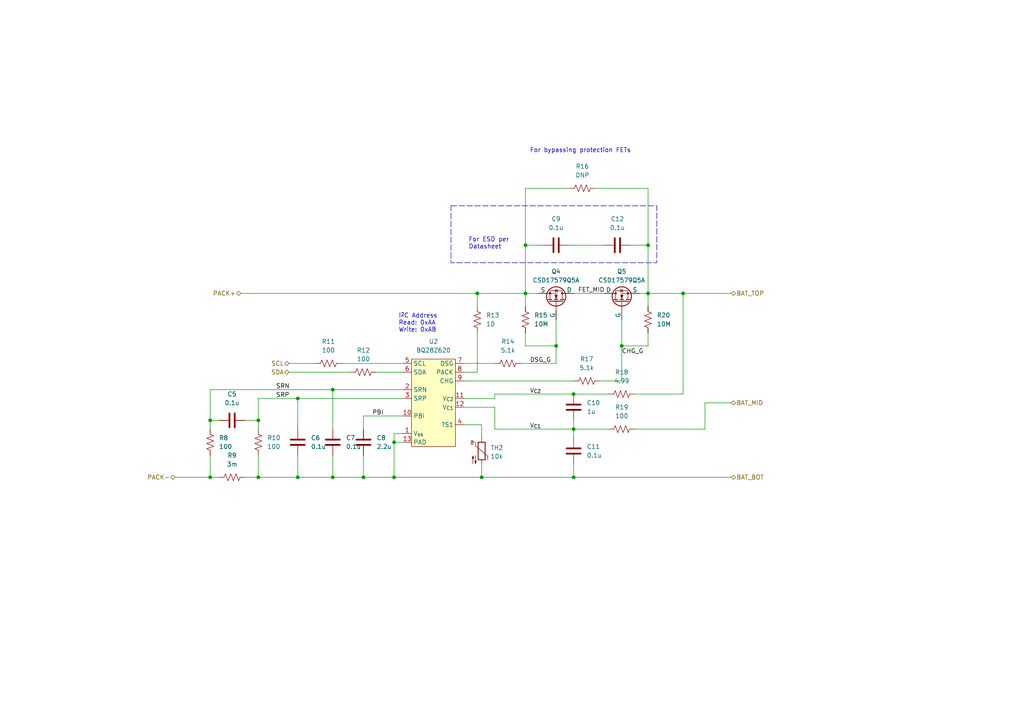
<source format=kicad_sch>
(kicad_sch (version 20230121) (generator eeschema)
  (paper "A4")
  (lib_symbols
    (symbol "Device:C" (pin_numbers hide) (pin_names (offset 0.254))
      (property "Reference" "C" (at 0.635 2.54 0))
      (property "Value" "C" (at 0.635 -2.54 0))
      (symbol "C_0_1"
        (polyline (pts (xy -2.032 -0.762) (xy 2.032 -0.762)) (stroke (width 0.508)))
        (polyline (pts (xy -2.032 0.762) (xy 2.032 0.762)) (stroke (width 0.508)))
      )
      (symbol "C_1_1"
        (pin passive line (at 0 3.81 270) (length 2.794) (name "~") (number "1"))
        (pin passive line (at 0 -3.81 90) (length 2.794) (name "~") (number "2"))
      )
    )
    (symbol "Device:R_US" (pin_numbers hide) (pin_names (offset 0))
      (property "Reference" "R" (at 2.54 0 90))
      (property "Value" "R_US" (at -2.54 0 90))
      (symbol "R_US_0_1"
        (polyline (pts (xy 0 -2.286) (xy 0 -2.54)))
        (polyline (pts (xy 0 2.286) (xy 0 2.54)))
        (polyline (pts (xy 0 -0.762) (xy 1.016 -1.143) (xy 0 -1.524) (xy -1.016 -1.905) (xy 0 -2.286)))
        (polyline (pts (xy 0 0.762) (xy 1.016 0.381) (xy 0 0) (xy -1.016 -0.381) (xy 0 -0.762)))
        (polyline (pts (xy 0 2.286) (xy 1.016 1.905) (xy 0 1.524) (xy -1.016 1.143) (xy 0 0.762)))
      )
      (symbol "R_US_1_1"
        (pin passive line (at 0 3.81 270) (length 1.27) (name "~") (number "1"))
        (pin passive line (at 0 -3.81 90) (length 1.27) (name "~") (number "2"))
      )
    )
    (symbol "Device:Thermistor_NTC" (pin_numbers hide) (pin_names (offset 0))
      (property "Reference" "TH" (at -4.445 0 90))
      (property "Value" "Thermistor_NTC" (at 3.175 0 90))
      (symbol "Thermistor_NTC_0_1"
        (arc (start -3.048 2.159) (mid -3.0495 2.3143) (end -3.175 2.413))
        (arc (start -3.048 2.159) (mid -2.9736 1.9794) (end -2.794 1.905))
        (arc (start -3.048 2.794) (mid -2.9736 2.6144) (end -2.794 2.54))
        (arc (start -2.794 1.905) (mid -2.6144 1.9794) (end -2.54 2.159))
        (arc (start -2.794 2.54) (mid -2.4393 2.5587) (end -2.159 2.794))
        (arc (start -2.794 3.048) (mid -2.9736 2.9736) (end -3.048 2.794))
        (arc (start -2.54 2.794) (mid -2.6144 2.9736) (end -2.794 3.048))
        (rectangle (start -1.016 2.54) (end 1.016 -2.54) (stroke (width 0.254)))
        (polyline (pts (xy -2.54 2.159) (xy -2.54 2.794)))
        (polyline (pts (xy -1.778 2.54) (xy -1.778 1.524) (xy 1.778 -1.524) (xy 1.778 -2.54)))
        (polyline (pts (xy -2.54 -3.683) (xy -2.54 -1.397) (xy -2.794 -2.159) (xy -2.286 -2.159) (xy -2.54 -1.397) (xy -2.54 -1.651)) (fill (type outline)))
        (polyline (pts (xy -1.778 -1.397) (xy -1.778 -3.683) (xy -2.032 -2.921) (xy -1.524 -2.921) (xy -1.778 -3.683) (xy -1.778 -3.429)) (fill (type outline)))
      )
      (symbol "Thermistor_NTC_1_1"
        (pin passive line (at 0 3.81 270) (length 1.27) (name "~") (number "1"))
        (pin passive line (at 0 -3.81 90) (length 1.27) (name "~") (number "2"))
      )
    )
    (symbol "New_Library:BQ28Z620"
      (property "Reference" "U" (at 0 12.7 0))
      (property "Value" "BQ28Z620" (at 0 12.7 0))
      (symbol "BQ28Z620_1_0"
        (pin power_in line (at -8.89 -5.08 0) (length 2.54) (name "PBI") (number "10"))
        (pin input line (at 8.89 0 180) (length 2.54) (name "V_{C2}") (number "11"))
        (pin input line (at 8.89 -2.54 180) (length 2.54) (name "V_{C1}") (number "12"))
        (pin input line (at -8.89 -12.7 0) (length 2.54) (name "PAD") (number "13"))
        (pin input line (at -8.89 2.54 0) (length 2.54) (name "SRN") (number "2"))
        (pin input line (at -8.89 0 0) (length 2.54) (name "SRP") (number "3"))
        (pin input line (at 8.89 -7.62 180) (length 2.54) (name "TS1") (number "4"))
        (pin open_collector line (at -8.89 10.16 0) (length 2.54) (name "SCL") (number "5"))
        (pin open_collector line (at -8.89 7.62 0) (length 2.54) (name "SDA") (number "6"))
        (pin output line (at 8.89 10.16 180) (length 2.54) (name "DSG") (number "7"))
        (pin input line (at 8.89 7.62 180) (length 2.54) (name "PACK") (number "8"))
        (pin output line (at 8.89 5.08 180) (length 2.54) (name "CHG") (number "9"))
      )
      (symbol "BQ28Z620_1_1"
        (rectangle (start -6.35 11.43) (end 6.35 -13.97) (fill (type background)))
        (pin power_in line (at -8.89 -10.16 0) (length 2.54) (name "V_{ss}") (number "1"))
      )
    )
    (symbol "Simulation_SPICE:NMOS" (pin_numbers hide) (pin_names (offset 0))
      (property "Reference" "Q" (at 5.08 1.27 0))
      (property "Value" "NMOS" (at 5.08 -1.27 0))
      (symbol "NMOS_0_1"
        (polyline (pts (xy 0.254 0) (xy -2.54 0)))
        (polyline (pts (xy 0.254 1.905) (xy 0.254 -1.905)) (stroke (width 0.254)))
        (polyline (pts (xy 0.762 -1.27) (xy 0.762 -2.286)) (stroke (width 0.254)))
        (polyline (pts (xy 0.762 0.508) (xy 0.762 -0.508)) (stroke (width 0.254)))
        (polyline (pts (xy 0.762 2.286) (xy 0.762 1.27)) (stroke (width 0.254)))
        (polyline (pts (xy 2.54 2.54) (xy 2.54 1.778)))
        (polyline (pts (xy 2.54 -2.54) (xy 2.54 0) (xy 0.762 0)))
        (polyline (pts (xy 0.762 -1.778) (xy 3.302 -1.778) (xy 3.302 1.778) (xy 0.762 1.778)))
        (polyline (pts (xy 1.016 0) (xy 2.032 0.381) (xy 2.032 -0.381) (xy 1.016 0)) (fill (type outline)))
        (polyline (pts (xy 2.794 0.508) (xy 2.921 0.381) (xy 3.683 0.381) (xy 3.81 0.254)))
        (polyline (pts (xy 3.302 0.381) (xy 2.921 -0.254) (xy 3.683 -0.254) (xy 3.302 0.381)))
        (circle (center 1.651 0) (radius 2.794) (stroke (width 0.254)))
        (circle (center 2.54 -1.778) (radius 0.254) (fill (type outline)))
        (circle (center 2.54 1.778) (radius 0.254) (fill (type outline)))
      )
      (symbol "NMOS_1_1"
        (pin passive line (at 2.54 5.08 270) (length 2.54) (name "D") (number "1"))
        (pin input line (at -5.08 0 0) (length 2.54) (name "G") (number "2"))
        (pin passive line (at 2.54 -5.08 90) (length 2.54) (name "S") (number "3"))
      )
    )
  )
  (junction (at 139.7 138.43))
  (junction (at 198.12 85.09))
  (junction (at 114.3 128.27))
  (junction (at 86.36 138.43))
  (junction (at 187.96 85.09))
  (junction (at 74.93 121.92))
  (junction (at 105.41 138.43))
  (junction (at 187.96 71.12))
  (junction (at 114.3 138.43))
  (junction (at 180.34 100.33))
  (junction (at 138.43 85.09))
  (junction (at 161.29 100.33))
  (junction (at 166.37 124.46))
  (junction (at 60.96 121.92))
  (junction (at 96.52 138.43))
  (junction (at 152.4 71.12))
  (junction (at 166.37 114.3))
  (junction (at 166.37 138.43))
  (junction (at 60.96 138.43))
  (junction (at 152.4 85.09))
  (junction (at 74.93 138.43))
  (junction (at 86.36 115.57))
  (junction (at 96.52 113.03))
  (wire (pts (xy 198.12 85.09) (xy 187.96 85.09)))
  (wire (pts (xy 139.7 134.62) (xy 139.7 138.43)))
  (wire (pts (xy 83.82 107.95) (xy 101.6 107.95)))
  (wire (pts (xy 74.93 138.43) (xy 86.36 138.43)))
  (wire (pts (xy 138.43 88.9) (xy 138.43 85.09)))
  (wire (pts (xy 157.48 71.12) (xy 152.4 71.12)))
  (wire (pts (xy 143.51 115.57) (xy 134.62 115.57)))
  (wire (pts (xy 116.84 115.57) (xy 86.36 115.57)))
  (wire (pts (xy 152.4 71.12) (xy 152.4 85.09)))
  (wire (pts (xy 134.62 123.19) (xy 139.7 123.19)))
  (wire (pts (xy 83.82 105.41) (xy 91.44 105.41)))
  (wire (pts (xy 185.42 85.09) (xy 187.96 85.09)))
  (wire (pts (xy 105.41 120.65) (xy 116.84 120.65)))
  (wire (pts (xy 114.3 128.27) (xy 114.3 138.43)))
  (wire (pts (xy 151.13 105.41) (xy 161.29 105.41)))
  (wire (pts (xy 166.37 121.92) (xy 166.37 124.46)))
  (wire (pts (xy 134.62 110.49) (xy 166.37 110.49)))
  (wire (pts (xy 105.41 132.08) (xy 105.41 138.43)))
  (wire (pts (xy 161.29 105.41) (xy 161.29 100.33)))
  (wire (pts (xy 184.15 124.46) (xy 204.47 124.46)))
  (wire (pts (xy 166.37 124.46) (xy 166.37 127)))
  (wire (pts (xy 176.53 114.3) (xy 166.37 114.3)))
  (wire (pts (xy 109.22 107.95) (xy 116.84 107.95)))
  (wire (pts (xy 166.37 124.46) (xy 176.53 124.46)))
  (wire (pts (xy 165.1 71.12) (xy 175.26 71.12)))
  (wire (pts (xy 86.36 115.57) (xy 74.93 115.57)))
  (wire (pts (xy 71.12 121.92) (xy 74.93 121.92)))
  (wire (pts (xy 139.7 138.43) (xy 166.37 138.43)))
  (wire (pts (xy 116.84 113.03) (xy 96.52 113.03)))
  (wire (pts (xy 182.88 71.12) (xy 187.96 71.12)))
  (wire (pts (xy 74.93 132.08) (xy 74.93 138.43)))
  (wire (pts (xy 134.62 118.11) (xy 143.51 118.11)))
  (wire (pts (xy 74.93 124.46) (xy 74.93 121.92)))
  (wire (pts (xy 143.51 124.46) (xy 166.37 124.46)))
  (wire (pts (xy 184.15 114.3) (xy 198.12 114.3)))
  (wire (pts (xy 114.3 125.73) (xy 114.3 128.27)))
  (wire (pts (xy 114.3 125.73) (xy 116.84 125.73)))
  (wire (pts (xy 204.47 116.84) (xy 212.09 116.84)))
  (wire (pts (xy 143.51 114.3) (xy 143.51 115.57)))
  (wire (pts (xy 138.43 107.95) (xy 138.43 96.52)))
  (wire (pts (xy 60.96 113.03) (xy 60.96 121.92)))
  (wire (pts (xy 139.7 123.19) (xy 139.7 127)))
  (wire (pts (xy 96.52 138.43) (xy 105.41 138.43)))
  (wire (pts (xy 60.96 138.43) (xy 63.5 138.43)))
  (wire (pts (xy 134.62 105.41) (xy 143.51 105.41)))
  (wire (pts (xy 134.62 107.95) (xy 138.43 107.95)))
  (wire (pts (xy 166.37 85.09) (xy 175.26 85.09)))
  (wire (pts (xy 138.43 85.09) (xy 152.4 85.09)))
  (wire (pts (xy 161.29 92.71) (xy 161.29 100.33)))
  (wire (pts (xy 86.36 138.43) (xy 96.52 138.43)))
  (wire (pts (xy 86.36 115.57) (xy 86.36 124.46)))
  (wire (pts (xy 187.96 71.12) (xy 187.96 85.09)))
  (wire (pts (xy 74.93 115.57) (xy 74.93 121.92)))
  (wire (pts (xy 63.5 121.92) (xy 60.96 121.92)))
  (wire (pts (xy 96.52 132.08) (xy 96.52 138.43)))
  (wire (pts (xy 180.34 100.33) (xy 180.34 92.71)))
  (wire (pts (xy 165.1 54.61) (xy 152.4 54.61)))
  (wire (pts (xy 172.72 54.61) (xy 187.96 54.61)))
  (wire (pts (xy 173.99 110.49) (xy 180.34 110.49)))
  (wire (pts (xy 152.4 88.9) (xy 152.4 85.09)))
  (wire (pts (xy 143.51 118.11) (xy 143.51 124.46)))
  (wire (pts (xy 96.52 113.03) (xy 60.96 113.03)))
  (wire (pts (xy 86.36 132.08) (xy 86.36 138.43)))
  (wire (pts (xy 180.34 110.49) (xy 180.34 100.33)))
  (wire (pts (xy 204.47 124.46) (xy 204.47 116.84)))
  (wire (pts (xy 161.29 100.33) (xy 152.4 100.33)))
  (wire (pts (xy 96.52 113.03) (xy 96.52 124.46)))
  (wire (pts (xy 152.4 85.09) (xy 156.21 85.09)))
  (wire (pts (xy 152.4 54.61) (xy 152.4 71.12)))
  (wire (pts (xy 198.12 114.3) (xy 198.12 85.09)))
  (wire (pts (xy 187.96 96.52) (xy 187.96 100.33)))
  (wire (pts (xy 198.12 85.09) (xy 212.09 85.09)))
  (wire (pts (xy 166.37 114.3) (xy 143.51 114.3)))
  (wire (pts (xy 69.85 85.09) (xy 138.43 85.09)))
  (wire (pts (xy 105.41 138.43) (xy 114.3 138.43)))
  (wire (pts (xy 105.41 124.46) (xy 105.41 120.65)))
  (wire (pts (xy 60.96 121.92) (xy 60.96 124.46)))
  (wire (pts (xy 187.96 54.61) (xy 187.96 71.12)))
  (wire (pts (xy 71.12 138.43) (xy 74.93 138.43)))
  (wire (pts (xy 166.37 134.62) (xy 166.37 138.43)))
  (wire (pts (xy 60.96 132.08) (xy 60.96 138.43)))
  (wire (pts (xy 114.3 138.43) (xy 139.7 138.43)))
  (wire (pts (xy 114.3 128.27) (xy 116.84 128.27)))
  (wire (pts (xy 152.4 100.33) (xy 152.4 96.52)))
  (wire (pts (xy 180.34 100.33) (xy 187.96 100.33)))
  (wire (pts (xy 166.37 138.43) (xy 212.09 138.43)))
  (wire (pts (xy 187.96 85.09) (xy 187.96 88.9)))
  (wire (pts (xy 50.8 138.43) (xy 60.96 138.43)))
  (wire (pts (xy 99.06 105.41) (xy 116.84 105.41)))
  (rectangle (start 130.81 59.69) (end 190.5 76.2) (stroke (width 0) (type dash)))
  (text "For bypassing protection FETs" (at 153.67 44.45 0) (effects (font (size 1.27 1.27)) (justify left bottom)))
  (text "I^{2}C Address\nRead: 0xAA\nWrite: 0xAB" (at 115.57 96.52 0) (effects (font (size 1.27 1.27)) (justify left bottom)))
  (text "For ESD per\nDatasheet" (at 135.89 72.39 0) (effects (font (size 1.27 1.27)) (justify left bottom)))
  (label "V_{C1}" (at 153.67 124.46 0))
  (label "PBI" (at 107.95 120.65 0))
  (label "FET_MID" (at 167.64 85.09 0))
  (label "CHG_G" (at 180.34 102.87 0))
  (label "SRN" (at 80.01 113.03 0))
  (label "DSG_G" (at 153.67 105.41 0))
  (label "V_{C2}" (at 153.67 114.3 0))
  (label "SRP" (at 80.01 115.57 0))
  (hierarchical_label "BAT_TOP" (shape bidirectional) (at 212.09 85.09 0))
  (hierarchical_label "BAT_BOT" (shape bidirectional) (at 212.09 138.43 0))
  (hierarchical_label "BAT_MID" (shape bidirectional) (at 212.09 116.84 0))
  (hierarchical_label "PACK-" (shape bidirectional) (at 50.8 138.43 180))
  (hierarchical_label "SCL" (shape bidirectional) (at 83.82 105.41 180))
  (hierarchical_label "SDA" (shape bidirectional) (at 83.82 107.95 180))
  (hierarchical_label "PACK+" (shape bidirectional) (at 69.85 85.09 180))
  (symbol (lib_id "Device:R_US") (at 180.34 124.46 90) (unit 1)
    (property "Reference" "R19" (at 180.34 118.11 90))
    (property "Value" "100" (at 180.34 120.65 90))
    (property "Footprint" "Resistor_SMD:R_0603_1608Metric" (effects hide))
    (instances (project "batteryboard" (path "" (reference "R19") (unit 1))) (project "batteryBalencerAndCounter" (path "" (reference "R8") (unit 1))))
  )
  (symbol (lib_id "Device:Thermistor_NTC") (at 139.7 130.81 0) (unit 1)
    (property "Reference" "TH2" (at 142.24 129.8575 0) (effects (justify left)))
    (property "Value" "10k" (at 142.24 132.3975 0) (effects (justify left)))
    (property "Footprint" "Resistor_THT:R_Axial_DIN0204_L3.6mm_D1.6mm_P5.08mm_Horizontal" (effects hide))
    (instances (project "batteryboard" (path "" (reference "TH2") (unit 1))) (project "batteryBalencerAndCounter" (path "" (reference "TH1") (unit 1))))
  )
  (symbol (lib_id "Device:R_US") (at 180.34 114.3 90) (unit 1)
    (property "Reference" "R18" (at 180.34 107.95 90))
    (property "Value" "4.99" (at 180.34 110.49 90))
    (property "Footprint" "Resistor_SMD:R_0603_1608Metric" (effects hide))
    (instances (project "batteryboard" (path "" (reference "R18") (unit 1))) (project "batteryBalencerAndCounter" (path "" (reference "R7") (unit 1))))
  )
  (symbol (lib_id "Device:R_US") (at 105.41 107.95 90) (unit 1)
    (property "Reference" "R12" (at 105.41 101.6 90))
    (property "Value" "100" (at 105.41 104.14 90))
    (property "Footprint" "Resistor_SMD:R_0603_1608Metric" (effects hide))
  )
  (symbol (lib_id "Device:C") (at 179.07 71.12 90) (unit 1)
    (property "Reference" "C12" (at 179.07 63.5 90))
    (property "Value" "0.1u" (at 179.07 66.04 90))
    (property "Footprint" "Capacitor_SMD:C_0603_1608Metric" (effects hide))
    (instances (project "batteryboard" (path "" (reference "C12") (unit 1))) (project "batteryBalencerAndCounter" (path "" (reference "C8") (unit 1))))
  )
  (symbol (lib_id "Simulation_SPICE:NMOS") (at 180.34 87.63 90) (unit 1)
    (property "Reference" "Q5" (at 180.34 78.74 90))
    (property "Value" "CSD17579Q5A" (at 180.34 81.28 90))
    (property "Footprint" "batteryboard:DQJ8_NMOS_DGS" (effects hide))
    (property "Datasheet" "https://www.ti.com/lit/ds/symlink/csd17579q5a.pdf" (effects hide))
    (property "Sim.Device" "NMOS" (effects hide))
    (property "Sim.Type" "VDMOS" (effects hide))
    (property "Sim.Pins" "1=D 2=G 3=S" (effects hide))
    (instances (project "batteryboard" (path "" (reference "Q5") (unit 1))) (project "batteryBalencerAndCounter" (path "" (reference "Q1") (unit 1))))
  )
  (symbol (lib_id "Device:R_US") (at 170.18 110.49 90) (unit 1)
    (property "Reference" "R17" (at 170.18 104.14 90))
    (property "Value" "5.1k" (at 170.18 106.68 90))
    (property "Footprint" "Resistor_SMD:R_0603_1608Metric" (effects hide))
    (instances (project "batteryboard" (path "" (reference "R17") (unit 1))) (project "batteryBalencerAndCounter" (path "" (reference "R10") (unit 1))))
  )
  (symbol (lib_id "Simulation_SPICE:NMOS") (at 161.29 87.63 270) (mirror x) (unit 1)
    (property "Reference" "Q4" (at 161.29 78.74 90))
    (property "Value" "CSD17579Q5A" (at 161.29 81.28 90))
    (property "Footprint" "batteryboard:DQJ8_NMOS_DGS" (effects hide))
    (property "Datasheet" "https://www.ti.com/lit/ds/symlink/csd17579q5a.pdf" (effects hide))
    (property "Sim.Device" "NMOS" (effects hide))
    (property "Sim.Type" "VDMOS" (effects hide))
    (property "Sim.Pins" "1=D 2=G 3=S" (effects hide))
    (instances (project "batteryboard" (path "" (reference "Q4") (unit 1))) (project "batteryBalencerAndCounter" (path "" (reference "Q2") (unit 1))))
  )
  (symbol (lib_id "Device:R_US") (at 152.4 92.71 0) (unit 1)
    (property "Reference" "R15" (at 154.94 91.44 0) (effects (justify left)))
    (property "Value" "10M" (at 154.94 93.98 0) (effects (justify left)))
    (property "Footprint" "Resistor_SMD:R_0603_1608Metric" (effects hide))
    (instances (project "batteryboard" (path "" (reference "R15") (unit 1))) (project "batteryBalencerAndCounter" (path "" (reference "R5") (unit 1))))
  )
  (symbol (lib_id "Device:C") (at 105.41 128.27 0) (unit 1)
    (property "Reference" "C8" (at 109.22 127 0) (effects (justify left)))
    (property "Value" "2.2u" (at 109.22 129.54 0) (effects (justify left)))
    (property "Footprint" "Capacitor_SMD:C_0603_1608Metric" (effects hide))
    (instances (project "batteryboard" (path "" (reference "C8") (unit 1))) (project "batteryBalencerAndCounter" (path "" (reference "C2") (unit 1))))
  )
  (symbol (lib_id "Device:C") (at 161.29 71.12 90) (unit 1)
    (property "Reference" "C9" (at 161.29 63.5 90))
    (property "Value" "0.1u" (at 161.29 66.04 90))
    (property "Footprint" "Capacitor_SMD:C_0603_1608Metric" (effects hide))
    (instances (project "batteryboard" (path "" (reference "C9") (unit 1))) (project "batteryBalencerAndCounter" (path "" (reference "C7") (unit 1))))
  )
  (symbol (lib_id "Device:C") (at 86.36 128.27 0) (unit 1)
    (property "Reference" "C6" (at 90.17 127 0) (effects (justify left)))
    (property "Value" "0.1u" (at 90.17 129.54 0) (effects (justify left)))
    (property "Footprint" "Capacitor_SMD:C_0603_1608Metric" (effects hide))
    (instances (project "batteryboard" (path "" (reference "C6") (unit 1))) (project "batteryBalencerAndCounter" (path "" (reference "C5") (unit 1))))
  )
  (symbol (lib_id "Device:C") (at 67.31 121.92 90) (unit 1)
    (property "Reference" "C5" (at 67.31 114.3 90))
    (property "Value" "0.1u" (at 67.31 116.84 90))
    (property "Footprint" "Capacitor_SMD:C_0603_1608Metric" (effects hide))
    (instances (project "batteryboard" (path "" (reference "C5") (unit 1))) (project "batteryBalencerAndCounter" (path "" (reference "C1") (unit 1))))
  )
  (symbol (lib_id "Device:C") (at 96.52 128.27 0) (unit 1)
    (property "Reference" "C7" (at 100.33 127 0) (effects (justify left)))
    (property "Value" "0.1u" (at 100.33 129.54 0) (effects (justify left)))
    (property "Footprint" "Capacitor_SMD:C_0603_1608Metric" (effects hide))
    (instances (project "batteryboard" (path "" (reference "C7") (unit 1))) (project "batteryBalencerAndCounter" (path "" (reference "C6") (unit 1))))
  )
  (symbol (lib_id "Device:C") (at 166.37 118.11 0) (unit 1)
    (property "Reference" "C10" (at 170.18 116.84 0) (effects (justify left)))
    (property "Value" "1u" (at 170.18 119.38 0) (effects (justify left)))
    (property "Footprint" "Capacitor_SMD:C_0603_1608Metric" (effects hide))
    (instances (project "batteryboard" (path "" (reference "C10") (unit 1))) (project "batteryBalencerAndCounter" (path "" (reference "C4") (unit 1))))
  )
  (symbol (lib_id "Device:R_US") (at 187.96 92.71 0) (unit 1)
    (property "Reference" "R20" (at 190.5 91.44 0) (effects (justify left)))
    (property "Value" "10M" (at 190.5 93.98 0) (effects (justify left)))
    (property "Footprint" "Resistor_SMD:R_0603_1608Metric" (effects hide))
    (instances (project "batteryboard" (path "" (reference "R20") (unit 1))) (project "batteryBalencerAndCounter" (path "" (reference "R6") (unit 1))))
  )
  (symbol (lib_id "Device:R_US") (at 67.31 138.43 90) (unit 1)
    (property "Reference" "R9" (at 67.31 132.08 90))
    (property "Value" "3m" (at 67.31 134.62 90))
    (property "Footprint" "Resistor_SMD:R_1206_3216Metric" (effects hide))
    (instances (project "batteryboard" (path "" (reference "R9") (unit 1))) (project "batteryBalencerAndCounter" (path "" (reference "R1") (unit 1))))
  )
  (symbol (lib_id "Device:R_US") (at 138.43 92.71 0) (unit 1)
    (property "Reference" "R13" (at 140.97 91.44 0) (effects (justify left)))
    (property "Value" "10" (at 140.97 93.98 0) (effects (justify left)))
    (property "Footprint" "Resistor_SMD:R_0603_1608Metric" (effects hide))
    (instances (project "batteryboard" (path "" (reference "R13") (unit 1))) (project "batteryBalencerAndCounter" (path "" (reference "R4") (unit 1))))
  )
  (symbol (lib_id "Device:R_US") (at 95.25 105.41 90) (unit 1)
    (property "Reference" "R11" (at 95.25 99.06 90))
    (property "Value" "100" (at 95.25 101.6 90))
    (property "Footprint" "Resistor_SMD:R_0603_1608Metric" (effects hide))
  )
  (symbol (lib_id "Device:C") (at 166.37 130.81 0) (unit 1)
    (property "Reference" "C11" (at 170.18 129.54 0) (effects (justify left)))
    (property "Value" "0.1u" (at 170.18 132.08 0) (effects (justify left)))
    (property "Footprint" "Capacitor_SMD:C_0603_1608Metric" (effects hide))
    (instances (project "batteryboard" (path "" (reference "C11") (unit 1))) (project "batteryBalencerAndCounter" (path "" (reference "C3") (unit 1))))
  )
  (symbol (lib_id "Device:R_US") (at 74.93 128.27 0) (unit 1)
    (property "Reference" "R10" (at 77.47 127 0) (effects (justify left)))
    (property "Value" "100" (at 77.47 129.54 0) (effects (justify left)))
    (property "Footprint" "Resistor_SMD:R_0603_1608Metric" (effects hide))
    (instances (project "batteryboard" (path "" (reference "R10") (unit 1))) (project "batteryBalencerAndCounter" (path "" (reference "R2") (unit 1))))
  )
  (symbol (lib_id "Device:R_US") (at 168.91 54.61 90) (unit 1)
    (property "Reference" "R16" (at 168.91 48.26 90))
    (property "Value" "DNP" (at 168.91 50.8 90))
    (property "Footprint" "Resistor_SMD:R_1206_3216Metric" (effects hide))
  )
  (symbol (lib_id "New_Library:BQ28Z620") (at 125.73 115.57 0) (unit 1)
    (property "Reference" "U2" (at 125.73 99.06 0))
    (property "Value" "BQ28Z620" (at 125.73 101.6 0))
    (property "Footprint" "batteryboard:SOIC-12" (effects hide))
    (property "Datasheet" "https://www.ti.com/lit/ds/symlink/bq28z620.pdf" (effects hide))
    (property "Refrence Manual" "https://www.ti.com/lit/ug/sluuco9/sluuco9.pdf" (effects hide))
    (instances (project "batteryboard" (path "" (reference "U2") (unit 1))) (project "batteryBalencerAndCounter" (path "" (reference "U1") (unit 1))))
  )
  (symbol (lib_id "Device:R_US") (at 60.96 128.27 0) (unit 1)
    (property "Reference" "R8" (at 63.5 127 0) (effects (justify left)))
    (property "Value" "100" (at 63.5 129.54 0) (effects (justify left)))
    (property "Footprint" "Resistor_SMD:R_0603_1608Metric" (effects hide))
    (instances (project "batteryboard" (path "" (reference "R8") (unit 1))) (project "batteryBalencerAndCounter" (path "" (reference "R3") (unit 1))))
  )
  (symbol (lib_id "Device:R_US") (at 147.32 105.41 90) (unit 1)
    (property "Reference" "R14" (at 147.32 99.06 90))
    (property "Value" "5.1k" (at 147.32 101.6 90))
    (property "Footprint" "Resistor_SMD:R_0603_1608Metric" (effects hide))
    (instances (project "batteryboard" (path "" (reference "R14") (unit 1))) (project "batteryBalencerAndCounter" (path "" (reference "R9") (unit 1))))
  )
)
</source>
